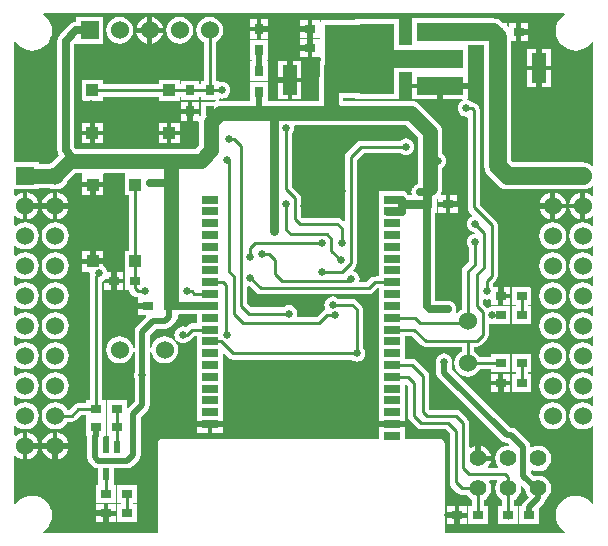
<source format=gtl>
%FSLAX25Y25*%
%MOIN*%
G70*
G01*
G75*
G04 Layer_Physical_Order=1*
G04 Layer_Color=255*
%ADD10R,0.05709X0.02756*%
%ADD11R,0.03500X0.03000*%
%ADD12R,0.02362X0.04299*%
%ADD13R,0.04724X0.09843*%
%ADD14R,0.11811X0.23622*%
%ADD15R,0.15748X0.06000*%
%ADD16R,0.03937X0.03937*%
%ADD17R,0.03937X0.03937*%
%ADD18R,0.03000X0.03500*%
%ADD19R,0.03937X0.03937*%
%ADD20R,0.03937X0.03937*%
%ADD21C,0.01000*%
%ADD22C,0.02500*%
%ADD23C,0.02000*%
%ADD24C,0.06000*%
%ADD25C,0.01500*%
%ADD26C,0.03000*%
%ADD27C,0.05000*%
%ADD28R,0.12500X0.06000*%
%ADD29R,0.14000X0.23000*%
%ADD30C,0.06000*%
%ADD31R,0.06000X0.06000*%
%ADD32R,0.06000X0.06000*%
%ADD33C,0.05512*%
%ADD34C,0.02500*%
G36*
X185335Y174743D02*
X185334Y174742D01*
X184341Y173927D01*
X183525Y172934D01*
X182919Y171800D01*
X182546Y170570D01*
X182420Y169291D01*
X182546Y168012D01*
X182919Y166782D01*
X183525Y165649D01*
X184341Y164656D01*
X185334Y163840D01*
X186468Y163234D01*
X187697Y162861D01*
X188976Y162735D01*
X190255Y162861D01*
X191485Y163234D01*
X192619Y163840D01*
X193612Y164656D01*
X194428Y165649D01*
X194428Y165650D01*
X194913Y165529D01*
Y124504D01*
X194465Y124282D01*
X193620Y124931D01*
X192525Y125384D01*
X191350Y125539D01*
X168180D01*
X167539Y126180D01*
Y166000D01*
X169250D01*
Y168999D01*
Y172000D01*
X166750D01*
Y170683D01*
X166656Y170651D01*
X166250Y170942D01*
Y172000D01*
X164819D01*
X164609Y172209D01*
X163669Y172931D01*
X163216Y173119D01*
X162575Y173384D01*
X161400Y173539D01*
X143842D01*
X143548Y173500D01*
X134468D01*
Y164529D01*
X130248D01*
Y173311D01*
X115437D01*
Y173029D01*
X105500D01*
X105352Y173000D01*
X104250D01*
Y172710D01*
X103848Y172412D01*
X103750Y172442D01*
Y173000D01*
X101250D01*
Y169999D01*
Y167000D01*
X103617D01*
Y166870D01*
X103464Y166500D01*
X101250D01*
Y163499D01*
Y160500D01*
X103617D01*
X103971Y160146D01*
Y159421D01*
X103638D01*
Y154128D01*
X103603Y154044D01*
X103465Y153000D01*
Y146035D01*
X86500D01*
Y152250D01*
X80500D01*
Y146035D01*
X70500D01*
X70376Y146018D01*
X70000Y146348D01*
Y146479D01*
X70376Y146808D01*
X71000Y146726D01*
X71718Y146821D01*
X72387Y147098D01*
X72961Y147539D01*
X73402Y148113D01*
X73679Y148782D01*
X73774Y149500D01*
X73679Y150218D01*
X73402Y150887D01*
X72961Y151461D01*
X72387Y151902D01*
X71718Y152179D01*
X71000Y152274D01*
X70376Y152192D01*
X70000Y152521D01*
Y152750D01*
X69039D01*
Y165474D01*
X69269Y165569D01*
X70209Y166291D01*
X70931Y167231D01*
X71384Y168325D01*
X71539Y169500D01*
X71384Y170675D01*
X70931Y171769D01*
X70209Y172709D01*
X69269Y173431D01*
X68175Y173884D01*
X67000Y174039D01*
X65825Y173884D01*
X64731Y173431D01*
X63791Y172709D01*
X63069Y171769D01*
X62616Y170675D01*
X62461Y169500D01*
X62616Y168325D01*
X63069Y167231D01*
X63791Y166291D01*
X64731Y165569D01*
X64961Y165474D01*
Y152750D01*
X64000D01*
Y151512D01*
X63500D01*
Y152750D01*
X57500D01*
Y151512D01*
X56968D01*
Y152942D01*
X50032D01*
Y151512D01*
X31378D01*
Y152942D01*
X24441D01*
Y146005D01*
X31378D01*
Y147434D01*
X50032D01*
Y146005D01*
X56968D01*
Y147434D01*
X57500D01*
Y146250D01*
X63500D01*
Y147434D01*
X64000D01*
Y146250D01*
X69026D01*
X69049Y146136D01*
X68732Y145750D01*
X64000D01*
Y141372D01*
X63613Y141054D01*
X63500Y141077D01*
Y141750D01*
X61250D01*
Y139250D01*
X63246D01*
X63465Y139000D01*
X63465Y139000D01*
Y131171D01*
X62329Y130034D01*
X54000D01*
X53750Y130002D01*
X53500Y130034D01*
X53500Y130034D01*
X22388D01*
X21774Y130649D01*
Y164851D01*
X22189Y165129D01*
X22500Y165000D01*
Y165000D01*
X22500Y165000D01*
X31500D01*
Y174000D01*
X22500D01*
Y172274D01*
X21782Y172179D01*
X21113Y171902D01*
X20539Y171461D01*
X17039Y167961D01*
X16598Y167387D01*
X16483Y167110D01*
X16321Y166718D01*
X16226Y166000D01*
Y129500D01*
X16321Y128782D01*
X16483Y128390D01*
X16598Y128113D01*
X16732Y127938D01*
X14397Y125603D01*
X14185Y125326D01*
X13481Y125034D01*
X10000D01*
Y125500D01*
X1937D01*
Y165529D01*
X2422Y165650D01*
X2423Y165649D01*
X3238Y164656D01*
X4232Y163840D01*
X5365Y163234D01*
X6595Y162861D01*
X7874Y162735D01*
X9153Y162861D01*
X10383Y163234D01*
X11516Y163840D01*
X12510Y164656D01*
X13325Y165649D01*
X13931Y166782D01*
X14304Y168012D01*
X14430Y169291D01*
X14304Y170570D01*
X13931Y171800D01*
X13325Y172934D01*
X12510Y173927D01*
X11516Y174742D01*
X11515Y174743D01*
X11637Y175228D01*
X185214D01*
X185335Y174743D01*
D02*
G37*
G36*
X136466Y133829D02*
Y118203D01*
X136282Y118179D01*
X135613Y117902D01*
X135039Y117461D01*
X134598Y116887D01*
X134321Y116218D01*
X134226Y115500D01*
X134305Y114902D01*
X133975Y114526D01*
X133342D01*
X133161Y114761D01*
X132894Y115028D01*
X132320Y115469D01*
X132142Y115543D01*
Y115945D01*
X123433D01*
Y110189D01*
Y106252D01*
Y102315D01*
Y98378D01*
Y94441D01*
Y90504D01*
Y87547D01*
X122008D01*
X121228Y87392D01*
X120566Y86950D01*
X119155Y85539D01*
X117146D01*
X116868Y85955D01*
X116879Y85982D01*
X116974Y86700D01*
X116879Y87418D01*
X116602Y88087D01*
X116161Y88661D01*
X115587Y89102D01*
X114918Y89379D01*
X114803Y89719D01*
X115442Y90358D01*
X115884Y91020D01*
X116039Y91800D01*
Y126355D01*
X118345Y128661D01*
X130540D01*
X131013Y128298D01*
X131682Y128021D01*
X132400Y127926D01*
X133118Y128021D01*
X133787Y128298D01*
X134361Y128739D01*
X134802Y129313D01*
X135079Y129982D01*
X135174Y130700D01*
X135079Y131418D01*
X134802Y132087D01*
X134361Y132661D01*
X133787Y133102D01*
X133118Y133379D01*
X132400Y133474D01*
X131682Y133379D01*
X131013Y133102D01*
X130540Y132739D01*
X117500D01*
X116720Y132584D01*
X116058Y132142D01*
X112558Y128642D01*
X112116Y127980D01*
X111961Y127200D01*
Y106076D01*
X111499Y105885D01*
X110942Y106442D01*
X110280Y106884D01*
X109500Y107039D01*
X97845D01*
X97539Y107345D01*
Y113500D01*
X97384Y114280D01*
X96942Y114942D01*
X94539Y117345D01*
Y135140D01*
X94902Y135613D01*
X95179Y136282D01*
X95274Y137000D01*
X95179Y137718D01*
X95345Y137966D01*
X132329D01*
X136466Y133829D01*
D02*
G37*
G36*
X158461Y124300D02*
X158461Y124300D01*
X158461D01*
X158616Y123125D01*
X158881Y122484D01*
X159069Y122031D01*
X159791Y121091D01*
X159791Y121091D01*
X159791Y121090D01*
Y121091D01*
X163091Y117791D01*
X163091Y117791D01*
X164031Y117069D01*
X165125Y116616D01*
X166300Y116461D01*
X191350D01*
X192525Y116616D01*
X193620Y117069D01*
X194465Y117718D01*
X194913Y117496D01*
Y114504D01*
X194465Y114282D01*
X193620Y114931D01*
X192525Y115384D01*
X192100Y115440D01*
Y110999D01*
Y106560D01*
X192525Y106616D01*
X193620Y107069D01*
X194465Y107718D01*
X194913Y107496D01*
Y104504D01*
X194465Y104282D01*
X193620Y104931D01*
X192525Y105384D01*
X191350Y105539D01*
X190176Y105384D01*
X189081Y104931D01*
X188141Y104209D01*
X187420Y103269D01*
X186966Y102175D01*
X186812Y101000D01*
X186966Y99825D01*
X187420Y98731D01*
X188141Y97791D01*
X189081Y97069D01*
X190176Y96616D01*
X191350Y96461D01*
X192525Y96616D01*
X193620Y97069D01*
X194465Y97718D01*
X194913Y97496D01*
Y94504D01*
X194465Y94282D01*
X193620Y94931D01*
X192525Y95384D01*
X191350Y95539D01*
X190176Y95384D01*
X189081Y94931D01*
X188141Y94209D01*
X187420Y93269D01*
X186966Y92175D01*
X186812Y91000D01*
X186966Y89825D01*
X187420Y88731D01*
X188141Y87791D01*
X189081Y87069D01*
X190176Y86616D01*
X191350Y86461D01*
X192525Y86616D01*
X193620Y87069D01*
X194465Y87718D01*
X194913Y87496D01*
Y84504D01*
X194465Y84282D01*
X193620Y84931D01*
X192525Y85384D01*
X191350Y85539D01*
X190176Y85384D01*
X189081Y84931D01*
X188141Y84209D01*
X187420Y83269D01*
X186966Y82175D01*
X186812Y81000D01*
X186966Y79825D01*
X187420Y78731D01*
X188141Y77791D01*
X189081Y77069D01*
X190176Y76616D01*
X191350Y76461D01*
X192525Y76616D01*
X193620Y77069D01*
X194465Y77718D01*
X194913Y77496D01*
Y74504D01*
X194465Y74282D01*
X193620Y74931D01*
X192525Y75384D01*
X191350Y75539D01*
X190176Y75384D01*
X189081Y74931D01*
X188141Y74209D01*
X187420Y73269D01*
X186966Y72175D01*
X186812Y71000D01*
X186966Y69825D01*
X187420Y68731D01*
X188141Y67791D01*
X189081Y67069D01*
X190176Y66616D01*
X191350Y66461D01*
X192525Y66616D01*
X193620Y67069D01*
X194465Y67718D01*
X194913Y67496D01*
Y64504D01*
X194465Y64282D01*
X193620Y64931D01*
X192525Y65384D01*
X191350Y65539D01*
X190176Y65384D01*
X189081Y64931D01*
X188141Y64209D01*
X187420Y63269D01*
X186966Y62175D01*
X186812Y61000D01*
X186966Y59825D01*
X187420Y58731D01*
X188141Y57791D01*
X189081Y57069D01*
X190176Y56616D01*
X191350Y56461D01*
X192525Y56616D01*
X193620Y57069D01*
X194465Y57718D01*
X194913Y57496D01*
Y54504D01*
X194465Y54282D01*
X193620Y54931D01*
X192525Y55384D01*
X191350Y55539D01*
X190176Y55384D01*
X189081Y54931D01*
X188141Y54209D01*
X187420Y53269D01*
X186966Y52175D01*
X186812Y51000D01*
X186966Y49825D01*
X187420Y48731D01*
X188141Y47791D01*
X189081Y47069D01*
X190176Y46616D01*
X191350Y46461D01*
X192525Y46616D01*
X193620Y47069D01*
X194465Y47718D01*
X194913Y47496D01*
Y44504D01*
X194465Y44282D01*
X193620Y44931D01*
X192525Y45384D01*
X191350Y45539D01*
X190176Y45384D01*
X189081Y44931D01*
X188141Y44209D01*
X187420Y43269D01*
X186966Y42175D01*
X186812Y41000D01*
X186966Y39825D01*
X187420Y38731D01*
X188141Y37791D01*
X189081Y37069D01*
X190176Y36616D01*
X191350Y36461D01*
X192525Y36616D01*
X193620Y37069D01*
X194465Y37718D01*
X194913Y37496D01*
Y11637D01*
X194428Y11515D01*
X194428Y11516D01*
X193612Y12510D01*
X192619Y13325D01*
X191485Y13931D01*
X190255Y14304D01*
X188976Y14430D01*
X187697Y14304D01*
X186468Y13931D01*
X185334Y13325D01*
X184341Y12510D01*
X183525Y11516D01*
X182919Y10383D01*
X182546Y9153D01*
X182420Y7874D01*
X182546Y6595D01*
X182919Y5365D01*
X183525Y4232D01*
X184341Y3238D01*
X185334Y2423D01*
X185335Y2422D01*
X185214Y1937D01*
X145335D01*
Y29500D01*
X145335D01*
Y29500D01*
X145335D01*
Y29500D01*
Y29500D01*
X145335D01*
X145335Y29500D01*
Y31500D01*
X145196Y32202D01*
X144798Y32798D01*
X144202Y33196D01*
X143500Y33335D01*
X132142D01*
Y35386D01*
Y37514D01*
X123433D01*
Y35386D01*
Y33335D01*
X51500D01*
X50798Y33196D01*
X50202Y32798D01*
X49804Y32202D01*
X49665Y31500D01*
Y1937D01*
X11637D01*
X11515Y2422D01*
X11516Y2423D01*
X12510Y3238D01*
X13325Y4232D01*
X13931Y5365D01*
X14304Y6595D01*
X14430Y7874D01*
X14304Y9153D01*
X13931Y10383D01*
X13325Y11516D01*
X12510Y12510D01*
X11516Y13325D01*
X10383Y13931D01*
X9153Y14304D01*
X7874Y14430D01*
X6595Y14304D01*
X5365Y13931D01*
X4232Y13325D01*
X3238Y12510D01*
X2423Y11516D01*
X2422Y11515D01*
X1937Y11637D01*
Y27496D01*
X2386Y27718D01*
X3231Y27069D01*
X4325Y26616D01*
X4750Y26560D01*
Y30999D01*
Y35440D01*
X4325Y35384D01*
X3231Y34931D01*
X2386Y34282D01*
X1937Y34504D01*
Y37496D01*
X2386Y37718D01*
X3231Y37069D01*
X4325Y36616D01*
X5500Y36461D01*
X6675Y36616D01*
X7769Y37069D01*
X8709Y37791D01*
X9431Y38731D01*
X9884Y39825D01*
X10039Y41000D01*
X9884Y42175D01*
X9431Y43269D01*
X8709Y44209D01*
X7769Y44931D01*
X6675Y45384D01*
X5500Y45539D01*
X4325Y45384D01*
X3231Y44931D01*
X2386Y44282D01*
X1937Y44504D01*
Y47496D01*
X2386Y47718D01*
X3231Y47069D01*
X4325Y46616D01*
X5500Y46461D01*
X6675Y46616D01*
X7769Y47069D01*
X8709Y47791D01*
X9431Y48731D01*
X9884Y49825D01*
X10039Y51000D01*
X9884Y52175D01*
X9431Y53269D01*
X8709Y54209D01*
X7769Y54931D01*
X6675Y55384D01*
X5500Y55539D01*
X4325Y55384D01*
X3231Y54931D01*
X2386Y54282D01*
X1937Y54504D01*
Y57496D01*
X2386Y57718D01*
X3231Y57069D01*
X4325Y56616D01*
X5500Y56461D01*
X6675Y56616D01*
X7769Y57069D01*
X8709Y57791D01*
X9431Y58731D01*
X9884Y59825D01*
X10039Y61000D01*
X9884Y62175D01*
X9431Y63269D01*
X8709Y64209D01*
X7769Y64931D01*
X6675Y65384D01*
X5500Y65539D01*
X4325Y65384D01*
X3231Y64931D01*
X2386Y64282D01*
X1937Y64504D01*
Y67496D01*
X2386Y67718D01*
X3231Y67069D01*
X4325Y66616D01*
X5500Y66461D01*
X6675Y66616D01*
X7769Y67069D01*
X8709Y67791D01*
X9431Y68731D01*
X9884Y69825D01*
X10039Y71000D01*
X9884Y72175D01*
X9431Y73269D01*
X8709Y74209D01*
X7769Y74931D01*
X6675Y75384D01*
X5500Y75539D01*
X4325Y75384D01*
X3231Y74931D01*
X2386Y74282D01*
X1937Y74504D01*
Y77496D01*
X2386Y77718D01*
X3231Y77069D01*
X4325Y76616D01*
X5500Y76461D01*
X6675Y76616D01*
X7769Y77069D01*
X8709Y77791D01*
X9431Y78731D01*
X9884Y79825D01*
X10039Y81000D01*
X9884Y82175D01*
X9431Y83269D01*
X8709Y84209D01*
X7769Y84931D01*
X6675Y85384D01*
X5500Y85539D01*
X4325Y85384D01*
X3231Y84931D01*
X2386Y84282D01*
X1937Y84504D01*
Y87496D01*
X2386Y87718D01*
X3231Y87069D01*
X4325Y86616D01*
X5500Y86461D01*
X6675Y86616D01*
X7769Y87069D01*
X8709Y87791D01*
X9431Y88731D01*
X9884Y89825D01*
X10039Y91000D01*
X9884Y92175D01*
X9431Y93269D01*
X8709Y94209D01*
X7769Y94931D01*
X6675Y95384D01*
X5500Y95539D01*
X4325Y95384D01*
X3231Y94931D01*
X2386Y94282D01*
X1937Y94504D01*
Y97496D01*
X2386Y97718D01*
X3231Y97069D01*
X4325Y96616D01*
X5500Y96461D01*
X6675Y96616D01*
X7769Y97069D01*
X8709Y97791D01*
X9431Y98731D01*
X9884Y99825D01*
X10039Y101000D01*
X9884Y102175D01*
X9431Y103269D01*
X8709Y104209D01*
X7769Y104931D01*
X6675Y105384D01*
X5500Y105539D01*
X4325Y105384D01*
X3231Y104931D01*
X2386Y104282D01*
X1937Y104504D01*
Y107496D01*
X2386Y107718D01*
X3231Y107069D01*
X4325Y106616D01*
X4750Y106560D01*
Y110999D01*
Y115440D01*
X4325Y115384D01*
X3231Y114931D01*
X2386Y114282D01*
X1937Y114504D01*
Y116500D01*
X10000D01*
Y116965D01*
X13481D01*
X14325Y116616D01*
X15500Y116461D01*
X16675Y116616D01*
X17769Y117069D01*
X18709Y117791D01*
X19431Y118731D01*
X19826Y119685D01*
X20103Y119897D01*
X22171Y121966D01*
X24532D01*
Y121559D01*
X24532D01*
Y118841D01*
X31468D01*
Y121559D01*
X31468D01*
Y121612D01*
X31822Y121966D01*
X38705D01*
Y121559D01*
X38705D01*
Y114622D01*
X39961D01*
Y95969D01*
X38705D01*
Y89031D01*
X38750D01*
Y89000D01*
X38750D01*
Y83000D01*
X40060D01*
X40116Y82720D01*
X40558Y82058D01*
X41558Y81058D01*
X42220Y80616D01*
X43000Y80461D01*
X43250D01*
Y78250D01*
X46501D01*
Y76750D01*
X43250D01*
Y74500D01*
X45742D01*
X45933Y74038D01*
X42698Y70802D01*
X42145Y69976D01*
X41951Y69000D01*
Y63692D01*
X41452Y63659D01*
X41384Y64175D01*
X40931Y65269D01*
X40209Y66209D01*
X39269Y66931D01*
X38175Y67384D01*
X37000Y67539D01*
X35825Y67384D01*
X34731Y66931D01*
X33791Y66209D01*
X33069Y65269D01*
X32616Y64175D01*
X32461Y63000D01*
X32616Y61825D01*
X33069Y60731D01*
X33791Y59791D01*
X34731Y59069D01*
X35825Y58616D01*
X37000Y58461D01*
X38175Y58616D01*
X39269Y59069D01*
X40209Y59791D01*
X40931Y60731D01*
X41384Y61825D01*
X41452Y62341D01*
X41951Y62309D01*
Y55532D01*
X41821Y55218D01*
X41726Y54500D01*
X41821Y53782D01*
X41951Y53468D01*
Y45556D01*
X39869Y43474D01*
X39408Y43666D01*
Y46200D01*
X32908D01*
Y40200D01*
Y34200D01*
X33476D01*
Y28649D01*
X31358D01*
Y33274D01*
X31512Y33505D01*
X31651Y34200D01*
X32408D01*
Y40200D01*
Y46200D01*
X31039D01*
Y85743D01*
X31480Y85979D01*
X31750Y85798D01*
Y86376D01*
X31962Y86538D01*
X32124Y86750D01*
X34250D01*
Y89000D01*
X32708D01*
X32679Y89218D01*
X32402Y89887D01*
X31961Y90461D01*
X31468Y90839D01*
Y91750D01*
X24532D01*
Y89031D01*
X26917D01*
X27247Y88656D01*
X27226Y88500D01*
X27232Y88454D01*
X27116Y88280D01*
X26961Y87500D01*
Y46200D01*
X25907D01*
Y45239D01*
X23200D01*
X22420Y45084D01*
X21758Y44642D01*
X20155Y43039D01*
X19526D01*
X19431Y43269D01*
X18709Y44209D01*
X17769Y44931D01*
X16675Y45384D01*
X15500Y45539D01*
X14325Y45384D01*
X13231Y44931D01*
X12291Y44209D01*
X11569Y43269D01*
X11116Y42175D01*
X10961Y41000D01*
X11116Y39825D01*
X11569Y38731D01*
X12291Y37791D01*
X13231Y37069D01*
X14325Y36616D01*
X15500Y36461D01*
X16675Y36616D01*
X17769Y37069D01*
X18709Y37791D01*
X19431Y38731D01*
X19526Y38961D01*
X21000D01*
X21780Y39116D01*
X22442Y39558D01*
X24045Y41161D01*
X25907D01*
Y40200D01*
Y34200D01*
X25996D01*
Y27050D01*
X26153D01*
X26322Y26202D01*
X26875Y25375D01*
X27952Y24298D01*
X28779Y23745D01*
X29736Y23555D01*
Y18000D01*
X29250D01*
Y12000D01*
X35750D01*
Y18000D01*
X35098D01*
Y23551D01*
X39600D01*
X40576Y23745D01*
X41402Y24298D01*
Y24298D01*
X41402D01*
Y24298D01*
Y24298D01*
Y24298D01*
X41402D01*
X43302Y26198D01*
X43855Y27024D01*
X44049Y28000D01*
X44049D01*
Y28000D01*
X44049D01*
Y28000D01*
Y28000D01*
X44049D01*
X44049Y28000D01*
Y40444D01*
X46302Y42698D01*
X46855Y43525D01*
X47049Y44500D01*
X47049D01*
Y44500D01*
X47049D01*
Y44500D01*
Y44500D01*
X47049D01*
X47049Y44500D01*
Y53468D01*
X47179Y53782D01*
X47274Y54500D01*
X47179Y55218D01*
X47049Y55532D01*
Y62309D01*
X47548Y62341D01*
X47616Y61825D01*
X48069Y60731D01*
X48791Y59791D01*
X49731Y59069D01*
X50825Y58616D01*
X52000Y58461D01*
X53175Y58616D01*
X54269Y59069D01*
X55209Y59791D01*
X55931Y60731D01*
X56384Y61825D01*
X56539Y63000D01*
X56384Y64175D01*
X55931Y65269D01*
X55209Y66209D01*
X54269Y66931D01*
X53175Y67384D01*
X52000Y67539D01*
X50825Y67384D01*
X49731Y66931D01*
X48791Y66209D01*
X48069Y65269D01*
X47616Y64175D01*
X47548Y63659D01*
X47049Y63692D01*
Y67944D01*
X49056Y69951D01*
X52000D01*
X52975Y70145D01*
X53802Y70698D01*
X55802Y72698D01*
X56355Y73524D01*
X56549Y74500D01*
X56750D01*
Y74860D01*
X62803D01*
Y74756D01*
Y72638D01*
Y71799D01*
X61260D01*
X60479Y71644D01*
X59818Y71202D01*
X59126Y70510D01*
X58718Y70679D01*
X58000Y70774D01*
X57282Y70679D01*
X56613Y70402D01*
X56039Y69961D01*
X55598Y69387D01*
X55321Y68718D01*
X55226Y68000D01*
X55321Y67282D01*
X55598Y66613D01*
X56039Y66039D01*
X56613Y65598D01*
X57282Y65321D01*
X58000Y65226D01*
X58718Y65321D01*
X59387Y65598D01*
X59961Y66039D01*
X59974Y66055D01*
X60280Y66116D01*
X60942Y66558D01*
X62104Y67721D01*
X62803D01*
Y66882D01*
Y62945D01*
Y59008D01*
Y55071D01*
Y51134D01*
Y47197D01*
Y43260D01*
Y39323D01*
Y39014D01*
X71512D01*
Y39323D01*
Y43260D01*
Y47197D01*
Y51134D01*
Y55071D01*
Y59008D01*
Y61551D01*
X71974Y61742D01*
X73358Y60358D01*
X73358Y60358D01*
X73755Y60093D01*
X74020Y59916D01*
X74800Y59761D01*
X114140D01*
X114613Y59398D01*
X115282Y59121D01*
X116000Y59026D01*
X116718Y59121D01*
X117387Y59398D01*
X117961Y59839D01*
X118402Y60413D01*
X118679Y61082D01*
X118774Y61800D01*
X118679Y62518D01*
X118402Y63187D01*
X118039Y63660D01*
Y76500D01*
X117884Y77280D01*
X117442Y77942D01*
X115942Y79442D01*
X115280Y79884D01*
X114500Y80039D01*
X109860D01*
X109387Y80402D01*
X108718Y80679D01*
X108000Y80774D01*
X107282Y80679D01*
X106613Y80402D01*
X106039Y79961D01*
X105598Y79387D01*
X105321Y78718D01*
X105226Y78000D01*
X105321Y77282D01*
X105525Y76789D01*
X105289Y76348D01*
X105283Y76347D01*
X104621Y75905D01*
X102755Y74039D01*
X96513D01*
X96184Y74415D01*
X96274Y75100D01*
X96179Y75818D01*
X95902Y76487D01*
X95461Y77061D01*
X94887Y77502D01*
X94218Y77779D01*
X93500Y77874D01*
X92782Y77779D01*
X92113Y77502D01*
X91640Y77139D01*
X80845D01*
X79539Y78445D01*
Y83974D01*
X79915Y84303D01*
X80373Y84243D01*
X82558Y82058D01*
X82558Y82058D01*
X82558Y82058D01*
X82558Y82058D01*
Y82058D01*
X83220Y81616D01*
X84000Y81461D01*
X120000D01*
X120780Y81616D01*
X121442Y82058D01*
X122853Y83469D01*
X123433D01*
Y82630D01*
Y78693D01*
Y74756D01*
Y70819D01*
Y66882D01*
Y62945D01*
Y59008D01*
Y55071D01*
Y51134D01*
Y47197D01*
Y43260D01*
Y39323D01*
Y39014D01*
X132142D01*
Y39323D01*
Y43260D01*
Y47197D01*
Y51134D01*
Y51321D01*
X132604Y51512D01*
X133107Y51009D01*
Y40954D01*
X133262Y40174D01*
X133704Y39512D01*
X136158Y37058D01*
X136158Y37058D01*
X136158Y37058D01*
X136158Y37058D01*
Y37058D01*
X136820Y36616D01*
X137600Y36461D01*
X145755D01*
X146961Y35255D01*
Y18800D01*
X146961Y18800D01*
X146961D01*
X147116Y18020D01*
X147558Y17358D01*
X149558Y15358D01*
X150220Y14916D01*
X151000Y14761D01*
X152738D01*
X152782Y14654D01*
X153465Y13765D01*
X154354Y13082D01*
X154461Y13038D01*
Y10800D01*
X153250D01*
Y4800D01*
X159750D01*
Y10800D01*
X158539D01*
Y13038D01*
X158646Y13082D01*
X159535Y13765D01*
X160217Y14654D01*
X160646Y15689D01*
X160793Y16800D01*
X160646Y17911D01*
X160217Y18946D01*
X160090Y19112D01*
X160311Y19561D01*
X162689D01*
X162910Y19112D01*
X162783Y18946D01*
X162354Y17911D01*
X162207Y16800D01*
X162354Y15689D01*
X162783Y14654D01*
X163465Y13765D01*
X164354Y13082D01*
X164461Y13038D01*
Y10800D01*
X163250D01*
Y4800D01*
X169750D01*
Y10800D01*
X168539D01*
Y13038D01*
X168646Y13082D01*
X169535Y13765D01*
X170218Y14654D01*
X170646Y15689D01*
X170793Y16800D01*
X170697Y17529D01*
X171145Y17750D01*
X172224Y16671D01*
X172354Y15689D01*
X172783Y14654D01*
X173332Y13937D01*
X171698Y12302D01*
X171145Y11475D01*
X171011Y10800D01*
X170250D01*
Y4800D01*
X176750D01*
Y10145D01*
X178302Y11698D01*
X178855Y12525D01*
X179024Y13372D01*
X179535Y13765D01*
X180218Y14654D01*
X180646Y15689D01*
X180793Y16800D01*
X180646Y17911D01*
X180218Y18946D01*
X179535Y19835D01*
X178646Y20517D01*
X177611Y20946D01*
X176500Y21093D01*
X175389Y20946D01*
X175226Y20879D01*
X174049Y22056D01*
Y22759D01*
X174465Y23036D01*
X175389Y22654D01*
X176500Y22507D01*
X177611Y22654D01*
X178646Y23083D01*
X179535Y23765D01*
X180218Y24654D01*
X180646Y25689D01*
X180793Y26800D01*
X180646Y27911D01*
X180218Y28946D01*
X179535Y29835D01*
X178646Y30518D01*
X177611Y30946D01*
X176500Y31093D01*
X175389Y30946D01*
X174433Y30550D01*
X174256Y30645D01*
X173938Y31060D01*
X173855Y31475D01*
X173302Y32302D01*
X169302Y36302D01*
X168475Y36855D01*
X167500Y37049D01*
X167056D01*
X147649Y56456D01*
Y57968D01*
X147779Y58282D01*
X147874Y59000D01*
X147779Y59718D01*
X147502Y60387D01*
X147061Y60961D01*
X146487Y61402D01*
X145818Y61679D01*
X145100Y61774D01*
X144382Y61679D01*
X143713Y61402D01*
X143139Y60961D01*
X142698Y60387D01*
X142421Y59718D01*
X142326Y59000D01*
X142421Y58282D01*
X142551Y57968D01*
Y55400D01*
X142551Y55400D01*
X142551D01*
X142745Y54425D01*
X143298Y53598D01*
X164198Y32698D01*
X165024Y32145D01*
X166000Y31951D01*
X166444D01*
X166874Y31521D01*
X166653Y31072D01*
X166500Y31093D01*
X165389Y30946D01*
X164354Y30518D01*
X163465Y29835D01*
X162783Y28946D01*
X162354Y27911D01*
X162207Y26800D01*
X162354Y25689D01*
X162783Y24654D01*
X163217Y24088D01*
X162996Y23639D01*
X160004D01*
X159783Y24088D01*
X160217Y24654D01*
X160646Y25689D01*
X160694Y26050D01*
X156499D01*
Y26799D01*
X155750D01*
Y30994D01*
X155389Y30946D01*
X154354Y30518D01*
X153988Y30237D01*
X153539Y30458D01*
Y38500D01*
X153384Y39280D01*
X152942Y39942D01*
X150442Y42442D01*
X149780Y42884D01*
X149000Y43039D01*
X140345D01*
X140196Y43188D01*
Y54344D01*
X140040Y55124D01*
X139598Y55786D01*
X135993Y59391D01*
X135331Y59833D01*
X134551Y59988D01*
X132142D01*
Y60827D01*
Y62945D01*
Y66882D01*
Y67721D01*
X134396D01*
X137558Y64558D01*
X138220Y64116D01*
X139000Y63961D01*
X139000Y63961D01*
X150961D01*
Y62526D01*
X150731Y62431D01*
X149791Y61709D01*
X149069Y60769D01*
X148616Y59675D01*
X148461Y58500D01*
X148616Y57325D01*
X149069Y56231D01*
X149791Y55291D01*
X150731Y54569D01*
X151825Y54116D01*
X153000Y53961D01*
X154175Y54116D01*
X155269Y54569D01*
X156209Y55291D01*
X156931Y56231D01*
X157026Y56461D01*
X160750D01*
Y55500D01*
X167250D01*
Y61500D01*
X160750D01*
Y60539D01*
X157026D01*
X156931Y60769D01*
X156209Y61709D01*
X155269Y62431D01*
X155039Y62526D01*
Y63961D01*
X156000D01*
X156780Y64116D01*
X157442Y64558D01*
X159442Y66558D01*
X159884Y67220D01*
X160039Y68000D01*
Y71474D01*
X160069Y71500D01*
X160750Y71500D01*
Y71500D01*
X167250D01*
Y77500D01*
X160750D01*
Y77241D01*
X160282Y77179D01*
X159613Y76902D01*
X159451Y76929D01*
X159442Y76942D01*
X158039Y78345D01*
Y79678D01*
X158455Y79956D01*
X158782Y79821D01*
X159500Y79726D01*
X160218Y79821D01*
X160334Y79869D01*
X160750Y79591D01*
Y78000D01*
X163250D01*
Y80999D01*
Y84000D01*
X161815D01*
X161539Y84360D01*
Y85255D01*
X162442Y86158D01*
X162884Y86820D01*
X163039Y87600D01*
Y104500D01*
X162884Y105280D01*
X162442Y105942D01*
X162442Y105942D01*
X162442D01*
X162442Y105942D01*
Y105942D01*
X157039Y111345D01*
Y143000D01*
X157039Y143000D01*
X156884Y143780D01*
X156442Y144442D01*
X155942Y144942D01*
X155280Y145384D01*
X154500Y145539D01*
X154360D01*
X153887Y145902D01*
X153218Y146179D01*
X152500Y146274D01*
X152726Y146500D01*
X153217D01*
Y150250D01*
X144592D01*
Y146500D01*
X151275D01*
X151373Y146010D01*
X151113Y145902D01*
X150539Y145461D01*
X150098Y144887D01*
X149821Y144218D01*
X149726Y143500D01*
X149821Y142782D01*
X150098Y142113D01*
X150539Y141539D01*
X151113Y141098D01*
X151782Y140821D01*
X152500Y140726D01*
X152585Y140737D01*
X152961Y140408D01*
Y110500D01*
X152961Y110500D01*
X152961D01*
X153116Y109720D01*
X153558Y109058D01*
X154573Y108043D01*
X154476Y107552D01*
X154113Y107402D01*
X153539Y106961D01*
X153098Y106387D01*
X152821Y105718D01*
X152726Y105000D01*
X152821Y104282D01*
X153098Y103613D01*
X153539Y103039D01*
X154113Y102598D01*
X154782Y102321D01*
X155021Y102289D01*
X155285Y101865D01*
X155242Y101740D01*
X154782Y101679D01*
X154113Y101402D01*
X153539Y100961D01*
X153098Y100387D01*
X152821Y99718D01*
X152726Y99000D01*
X152821Y98282D01*
X153098Y97613D01*
X153461Y97140D01*
Y92345D01*
X151558Y90442D01*
X151116Y89780D01*
X150961Y89000D01*
Y76526D01*
X150731Y76431D01*
X149791Y75709D01*
X149563Y75412D01*
X149130Y75662D01*
X149179Y75782D01*
X149274Y76500D01*
X149179Y77218D01*
X148902Y77887D01*
X148461Y78461D01*
X147887Y78902D01*
X147218Y79179D01*
X146500Y79274D01*
X142176D01*
Y108500D01*
X142750D01*
Y113276D01*
X143175Y113540D01*
X143250Y113503D01*
Y112250D01*
X145750D01*
Y114500D01*
X144189D01*
X143968Y114948D01*
X143994Y114983D01*
X144397Y115956D01*
X144535Y117000D01*
Y123711D01*
X144961Y124039D01*
X145402Y124613D01*
X145679Y125282D01*
X145774Y126000D01*
X145679Y126718D01*
X145402Y127387D01*
X144961Y127961D01*
X144535Y128289D01*
Y135500D01*
X144535Y135500D01*
X144397Y136544D01*
X143994Y137517D01*
X143353Y138353D01*
X136853Y144853D01*
X136017Y145494D01*
X135044Y145897D01*
X134000Y146035D01*
X134000Y146035D01*
X111535D01*
Y146971D01*
X115437D01*
Y146689D01*
X130248D01*
Y155471D01*
X134468D01*
Y151750D01*
X153217D01*
Y155500D01*
Y164461D01*
X158461D01*
Y124300D01*
D02*
G37*
%LPC*%
G36*
X181350Y85539D02*
X180176Y85384D01*
X179081Y84931D01*
X178141Y84209D01*
X177420Y83269D01*
X176966Y82175D01*
X176812Y81000D01*
X176966Y79825D01*
X177420Y78731D01*
X178141Y77791D01*
X179081Y77069D01*
X180176Y76616D01*
X181350Y76461D01*
X182525Y76616D01*
X183620Y77069D01*
X184560Y77791D01*
X185281Y78731D01*
X185735Y79825D01*
X185889Y81000D01*
X185735Y82175D01*
X185281Y83269D01*
X184560Y84209D01*
X183620Y84931D01*
X182525Y85384D01*
X181350Y85539D01*
D02*
G37*
G36*
X15500D02*
X14325Y85384D01*
X13231Y84931D01*
X12291Y84209D01*
X11569Y83269D01*
X11116Y82175D01*
X10961Y81000D01*
X11116Y79825D01*
X11569Y78731D01*
X12291Y77791D01*
X13231Y77069D01*
X14325Y76616D01*
X15500Y76461D01*
X16675Y76616D01*
X17769Y77069D01*
X18709Y77791D01*
X19431Y78731D01*
X19884Y79825D01*
X20039Y81000D01*
X19884Y82175D01*
X19431Y83269D01*
X18709Y84209D01*
X17769Y84931D01*
X16675Y85384D01*
X15500Y85539D01*
D02*
G37*
G36*
X167250Y80250D02*
X164750D01*
Y78000D01*
X167250D01*
Y80250D01*
D02*
G37*
G36*
X34250Y85250D02*
X31750D01*
Y83000D01*
X34250D01*
Y85250D01*
D02*
G37*
G36*
X167250Y84000D02*
X164750D01*
Y81750D01*
X167250D01*
Y84000D01*
D02*
G37*
G36*
X174250D02*
X167750D01*
Y78000D01*
X168961D01*
Y77500D01*
X167750D01*
Y71500D01*
X174250D01*
Y77500D01*
X173039D01*
Y78000D01*
X174250D01*
Y84000D01*
D02*
G37*
G36*
X181350Y65539D02*
X180176Y65384D01*
X179081Y64931D01*
X178141Y64209D01*
X177420Y63269D01*
X176966Y62175D01*
X176812Y61000D01*
X176966Y59825D01*
X177420Y58731D01*
X178141Y57791D01*
X179081Y57069D01*
X180176Y56616D01*
X181350Y56461D01*
X182525Y56616D01*
X183620Y57069D01*
X184560Y57791D01*
X185281Y58731D01*
X185735Y59825D01*
X185889Y61000D01*
X185735Y62175D01*
X185281Y63269D01*
X184560Y64209D01*
X183620Y64931D01*
X182525Y65384D01*
X181350Y65539D01*
D02*
G37*
G36*
X15500D02*
X14325Y65384D01*
X13231Y64931D01*
X12291Y64209D01*
X11569Y63269D01*
X11116Y62175D01*
X10961Y61000D01*
X11116Y59825D01*
X11569Y58731D01*
X12291Y57791D01*
X13231Y57069D01*
X14325Y56616D01*
X15500Y56461D01*
X16675Y56616D01*
X17769Y57069D01*
X18709Y57791D01*
X19431Y58731D01*
X19884Y59825D01*
X20039Y61000D01*
X19884Y62175D01*
X19431Y63269D01*
X18709Y64209D01*
X17769Y64931D01*
X16675Y65384D01*
X15500Y65539D01*
D02*
G37*
G36*
Y75539D02*
X14325Y75384D01*
X13231Y74931D01*
X12291Y74209D01*
X11569Y73269D01*
X11116Y72175D01*
X10961Y71000D01*
X11116Y69825D01*
X11569Y68731D01*
X12291Y67791D01*
X13231Y67069D01*
X14325Y66616D01*
X15500Y66461D01*
X16675Y66616D01*
X17769Y67069D01*
X18709Y67791D01*
X19431Y68731D01*
X19884Y69825D01*
X20039Y71000D01*
X19884Y72175D01*
X19431Y73269D01*
X18709Y74209D01*
X17769Y74931D01*
X16675Y75384D01*
X15500Y75539D01*
D02*
G37*
G36*
X185791Y110250D02*
X182100D01*
Y106560D01*
X182525Y106616D01*
X183620Y107069D01*
X184560Y107791D01*
X185281Y108731D01*
X185735Y109825D01*
X185791Y110250D01*
D02*
G37*
G36*
X181350Y75539D02*
X180176Y75384D01*
X179081Y74931D01*
X178141Y74209D01*
X177420Y73269D01*
X176966Y72175D01*
X176812Y71000D01*
X176966Y69825D01*
X177420Y68731D01*
X178141Y67791D01*
X179081Y67069D01*
X180176Y66616D01*
X181350Y66461D01*
X182525Y66616D01*
X183620Y67069D01*
X184560Y67791D01*
X185281Y68731D01*
X185735Y69825D01*
X185889Y71000D01*
X185735Y72175D01*
X185281Y73269D01*
X184560Y74209D01*
X183620Y74931D01*
X182525Y75384D01*
X181350Y75539D01*
D02*
G37*
G36*
X38250Y85250D02*
X35750D01*
Y83000D01*
X38250D01*
Y85250D01*
D02*
G37*
G36*
X15500Y105539D02*
X14325Y105384D01*
X13231Y104931D01*
X12291Y104209D01*
X11569Y103269D01*
X11116Y102175D01*
X10961Y101000D01*
X11116Y99825D01*
X11569Y98731D01*
X12291Y97791D01*
X13231Y97069D01*
X14325Y96616D01*
X15500Y96461D01*
X16675Y96616D01*
X17769Y97069D01*
X18709Y97791D01*
X19431Y98731D01*
X19884Y99825D01*
X20039Y101000D01*
X19884Y102175D01*
X19431Y103269D01*
X18709Y104209D01*
X17769Y104931D01*
X16675Y105384D01*
X15500Y105539D01*
D02*
G37*
G36*
X31468Y95969D02*
X28750D01*
Y93250D01*
X31468D01*
Y95969D01*
D02*
G37*
G36*
X181350Y105539D02*
X180176Y105384D01*
X179081Y104931D01*
X178141Y104209D01*
X177420Y103269D01*
X176966Y102175D01*
X176812Y101000D01*
X176966Y99825D01*
X177420Y98731D01*
X178141Y97791D01*
X179081Y97069D01*
X180176Y96616D01*
X181350Y96461D01*
X182525Y96616D01*
X183620Y97069D01*
X184560Y97791D01*
X185281Y98731D01*
X185735Y99825D01*
X185889Y101000D01*
X185735Y102175D01*
X185281Y103269D01*
X184560Y104209D01*
X183620Y104931D01*
X182525Y105384D01*
X181350Y105539D01*
D02*
G37*
G36*
X14750Y110250D02*
X11060D01*
X11116Y109825D01*
X11569Y108731D01*
X12291Y107791D01*
X13231Y107069D01*
X14325Y106616D01*
X14750Y106560D01*
Y110250D01*
D02*
G37*
G36*
X9940D02*
X6250D01*
Y106560D01*
X6675Y106616D01*
X7769Y107069D01*
X8709Y107791D01*
X9431Y108731D01*
X9884Y109825D01*
X9940Y110250D01*
D02*
G37*
G36*
X27250Y95969D02*
X24532D01*
Y93250D01*
X27250D01*
Y95969D01*
D02*
G37*
G36*
X19940Y110250D02*
X16250D01*
Y106560D01*
X16675Y106616D01*
X17769Y107069D01*
X18709Y107791D01*
X19431Y108731D01*
X19884Y109825D01*
X19940Y110250D01*
D02*
G37*
G36*
X180600D02*
X176910D01*
X176966Y109825D01*
X177420Y108731D01*
X178141Y107791D01*
X179081Y107069D01*
X180176Y106616D01*
X180600Y106560D01*
Y110250D01*
D02*
G37*
G36*
X15500Y95539D02*
X14325Y95384D01*
X13231Y94931D01*
X12291Y94209D01*
X11569Y93269D01*
X11116Y92175D01*
X10961Y91000D01*
X11116Y89825D01*
X11569Y88731D01*
X12291Y87791D01*
X13231Y87069D01*
X14325Y86616D01*
X15500Y86461D01*
X16675Y86616D01*
X17769Y87069D01*
X18709Y87791D01*
X19431Y88731D01*
X19884Y89825D01*
X20039Y91000D01*
X19884Y92175D01*
X19431Y93269D01*
X18709Y94209D01*
X17769Y94931D01*
X16675Y95384D01*
X15500Y95539D01*
D02*
G37*
G36*
X38250Y89000D02*
X35750D01*
Y86750D01*
X38250D01*
Y89000D01*
D02*
G37*
G36*
X181350Y95539D02*
X180176Y95384D01*
X179081Y94931D01*
X178141Y94209D01*
X177420Y93269D01*
X176966Y92175D01*
X176812Y91000D01*
X176966Y89825D01*
X177420Y88731D01*
X178141Y87791D01*
X179081Y87069D01*
X180176Y86616D01*
X181350Y86461D01*
X182525Y86616D01*
X183620Y87069D01*
X184560Y87791D01*
X185281Y88731D01*
X185735Y89825D01*
X185889Y91000D01*
X185735Y92175D01*
X185281Y93269D01*
X184560Y94209D01*
X183620Y94931D01*
X182525Y95384D01*
X181350Y95539D01*
D02*
G37*
G36*
X167250Y55000D02*
X164750D01*
Y52750D01*
X167250D01*
Y55000D01*
D02*
G37*
G36*
X35750Y11500D02*
X33250D01*
Y9250D01*
X35750D01*
Y11500D01*
D02*
G37*
G36*
X31750D02*
X29250D01*
Y9250D01*
X31750D01*
Y11500D01*
D02*
G37*
G36*
X152750Y10800D02*
X150250D01*
Y8550D01*
X152750D01*
Y10800D01*
D02*
G37*
G36*
X19940Y30250D02*
X16250D01*
Y26560D01*
X16675Y26616D01*
X17769Y27069D01*
X18709Y27791D01*
X19431Y28731D01*
X19884Y29825D01*
X19940Y30250D01*
D02*
G37*
G36*
X14750D02*
X11060D01*
X11116Y29825D01*
X11569Y28731D01*
X12291Y27791D01*
X13231Y27069D01*
X14325Y26616D01*
X14750Y26560D01*
Y30250D01*
D02*
G37*
G36*
X9940D02*
X6250D01*
Y26560D01*
X6675Y26616D01*
X7769Y27069D01*
X8709Y27791D01*
X9431Y28731D01*
X9884Y29825D01*
X9940Y30250D01*
D02*
G37*
G36*
X31750Y7750D02*
X29250D01*
Y5500D01*
X31750D01*
Y7750D01*
D02*
G37*
G36*
X152750Y7050D02*
X150250D01*
Y4800D01*
X152750D01*
Y7050D01*
D02*
G37*
G36*
X148750D02*
X146250D01*
Y4800D01*
X148750D01*
Y7050D01*
D02*
G37*
G36*
Y10800D02*
X146250D01*
Y8550D01*
X148750D01*
Y10800D01*
D02*
G37*
G36*
X42750Y18000D02*
X36250D01*
Y12000D01*
X37461D01*
Y11500D01*
X36250D01*
Y5500D01*
X42750D01*
Y11500D01*
X41539D01*
Y12000D01*
X42750D01*
Y18000D01*
D02*
G37*
G36*
X35750Y7750D02*
X33250D01*
Y5500D01*
X35750D01*
Y7750D01*
D02*
G37*
G36*
X157250Y30994D02*
Y27550D01*
X160694D01*
X160646Y27911D01*
X160217Y28946D01*
X159535Y29835D01*
X158646Y30518D01*
X157611Y30946D01*
X157250Y30994D01*
D02*
G37*
G36*
X163250Y51250D02*
X160750D01*
Y49000D01*
X163250D01*
Y51250D01*
D02*
G37*
G36*
X181350Y55539D02*
X180176Y55384D01*
X179081Y54931D01*
X178141Y54209D01*
X177420Y53269D01*
X176966Y52175D01*
X176812Y51000D01*
X176966Y49825D01*
X177420Y48731D01*
X178141Y47791D01*
X179081Y47069D01*
X180176Y46616D01*
X181350Y46461D01*
X182525Y46616D01*
X183620Y47069D01*
X184560Y47791D01*
X185281Y48731D01*
X185735Y49825D01*
X185889Y51000D01*
X185735Y52175D01*
X185281Y53269D01*
X184560Y54209D01*
X183620Y54931D01*
X182525Y55384D01*
X181350Y55539D01*
D02*
G37*
G36*
X15500D02*
X14325Y55384D01*
X13231Y54931D01*
X12291Y54209D01*
X11569Y53269D01*
X11116Y52175D01*
X10961Y51000D01*
X11116Y49825D01*
X11569Y48731D01*
X12291Y47791D01*
X13231Y47069D01*
X14325Y46616D01*
X15500Y46461D01*
X16675Y46616D01*
X17769Y47069D01*
X18709Y47791D01*
X19431Y48731D01*
X19884Y49825D01*
X20039Y51000D01*
X19884Y52175D01*
X19431Y53269D01*
X18709Y54209D01*
X17769Y54931D01*
X16675Y55384D01*
X15500Y55539D01*
D02*
G37*
G36*
X163250Y55000D02*
X160750D01*
Y52750D01*
X163250D01*
Y55000D01*
D02*
G37*
G36*
X174250Y61500D02*
X167750D01*
Y55500D01*
X168961D01*
Y55000D01*
X167750D01*
Y49000D01*
X174250D01*
Y55000D01*
X173039D01*
Y55500D01*
X174250D01*
Y61500D01*
D02*
G37*
G36*
X167250Y51250D02*
X164750D01*
Y49000D01*
X167250D01*
Y51250D01*
D02*
G37*
G36*
X16250Y35440D02*
Y31750D01*
X19940D01*
X19884Y32175D01*
X19431Y33269D01*
X18709Y34209D01*
X17769Y34931D01*
X16675Y35384D01*
X16250Y35440D01*
D02*
G37*
G36*
X14750D02*
X14325Y35384D01*
X13231Y34931D01*
X12291Y34209D01*
X11569Y33269D01*
X11116Y32175D01*
X11060Y31750D01*
X14750D01*
Y35440D01*
D02*
G37*
G36*
X6250D02*
Y31750D01*
X9940D01*
X9884Y32175D01*
X9431Y33269D01*
X8709Y34209D01*
X7769Y34931D01*
X6675Y35384D01*
X6250Y35440D01*
D02*
G37*
G36*
X181350Y45539D02*
X180176Y45384D01*
X179081Y44931D01*
X178141Y44209D01*
X177420Y43269D01*
X176966Y42175D01*
X176812Y41000D01*
X176966Y39825D01*
X177420Y38731D01*
X178141Y37791D01*
X179081Y37069D01*
X180176Y36616D01*
X181350Y36461D01*
X182525Y36616D01*
X183620Y37069D01*
X184560Y37791D01*
X185281Y38731D01*
X185735Y39825D01*
X185889Y41000D01*
X185735Y42175D01*
X185281Y43269D01*
X184560Y44209D01*
X183620Y44931D01*
X182525Y45384D01*
X181350Y45539D01*
D02*
G37*
G36*
X71512Y37514D02*
X67908D01*
Y35386D01*
X71512D01*
Y37514D01*
D02*
G37*
G36*
X66408D02*
X62803D01*
Y35386D01*
X66408D01*
Y37514D01*
D02*
G37*
G36*
X99750Y162750D02*
X97250D01*
Y160500D01*
X99750D01*
Y162750D01*
D02*
G37*
G36*
X180642Y163421D02*
X177530D01*
Y157750D01*
X180642D01*
Y163421D01*
D02*
G37*
G36*
X176030D02*
X172917D01*
Y157750D01*
X176030D01*
Y163421D01*
D02*
G37*
G36*
X57000Y174039D02*
X55825Y173884D01*
X54731Y173431D01*
X53791Y172709D01*
X53069Y171769D01*
X52616Y170675D01*
X52461Y169500D01*
X52616Y168325D01*
X53069Y167231D01*
X53791Y166291D01*
X54731Y165569D01*
X55825Y165116D01*
X57000Y164961D01*
X58175Y165116D01*
X59269Y165569D01*
X60209Y166291D01*
X60931Y167231D01*
X61384Y168325D01*
X61539Y169500D01*
X61384Y170675D01*
X60931Y171769D01*
X60209Y172709D01*
X59269Y173431D01*
X58175Y173884D01*
X57000Y174039D01*
D02*
G37*
G36*
X37000D02*
X35825Y173884D01*
X34731Y173431D01*
X33791Y172709D01*
X33069Y171769D01*
X32616Y170675D01*
X32461Y169500D01*
X32616Y168325D01*
X33069Y167231D01*
X33791Y166291D01*
X34731Y165569D01*
X35825Y165116D01*
X37000Y164961D01*
X38175Y165116D01*
X39269Y165569D01*
X40209Y166291D01*
X40931Y167231D01*
X41384Y168325D01*
X41539Y169500D01*
X41384Y170675D01*
X40931Y171769D01*
X40209Y172709D01*
X39269Y173431D01*
X38175Y173884D01*
X37000Y174039D01*
D02*
G37*
G36*
X99750Y166500D02*
X97250D01*
Y164250D01*
X99750D01*
Y166500D01*
D02*
G37*
G36*
X180642Y156250D02*
X177530D01*
Y150579D01*
X180642D01*
Y156250D01*
D02*
G37*
G36*
X176030D02*
X172917D01*
Y150579D01*
X176030D01*
Y156250D01*
D02*
G37*
G36*
X97583Y152250D02*
X94471D01*
Y146579D01*
X97583D01*
Y152250D01*
D02*
G37*
G36*
Y159421D02*
X94471D01*
Y153750D01*
X97583D01*
Y159421D01*
D02*
G37*
G36*
X92971D02*
X89858D01*
Y153750D01*
X92971D01*
Y159421D01*
D02*
G37*
G36*
X86500Y166250D02*
X80500D01*
Y159750D01*
X80951D01*
Y159250D01*
X80500D01*
Y152750D01*
X86500D01*
Y159250D01*
X86049D01*
Y159750D01*
X86500D01*
Y166250D01*
D02*
G37*
G36*
X47750Y173940D02*
Y170250D01*
X51440D01*
X51384Y170675D01*
X50931Y171769D01*
X50209Y172709D01*
X49269Y173431D01*
X48175Y173884D01*
X47750Y173940D01*
D02*
G37*
G36*
X46250D02*
X45825Y173884D01*
X44731Y173431D01*
X43791Y172709D01*
X43069Y171769D01*
X42616Y170675D01*
X42560Y170250D01*
X46250D01*
Y173940D01*
D02*
G37*
G36*
X173250Y172000D02*
X170750D01*
Y169750D01*
X173250D01*
Y172000D01*
D02*
G37*
G36*
X99750Y173000D02*
X97250D01*
Y170750D01*
X99750D01*
Y173000D01*
D02*
G37*
G36*
X86500Y173250D02*
X84250D01*
Y170750D01*
X86500D01*
Y173250D01*
D02*
G37*
G36*
X82750D02*
X80500D01*
Y170750D01*
X82750D01*
Y173250D01*
D02*
G37*
G36*
X173250Y168250D02*
X170750D01*
Y166000D01*
X173250D01*
Y168250D01*
D02*
G37*
G36*
X51440Y168750D02*
X47750D01*
Y165060D01*
X48175Y165116D01*
X49269Y165569D01*
X50209Y166291D01*
X50931Y167231D01*
X51384Y168325D01*
X51440Y168750D01*
D02*
G37*
G36*
X46250D02*
X42560D01*
X42616Y168325D01*
X43069Y167231D01*
X43791Y166291D01*
X44731Y165569D01*
X45825Y165116D01*
X46250Y165060D01*
Y168750D01*
D02*
G37*
G36*
X99750Y169250D02*
X97250D01*
Y167000D01*
X99750D01*
Y169250D01*
D02*
G37*
G36*
X86500D02*
X84250D01*
Y166750D01*
X86500D01*
Y169250D01*
D02*
G37*
G36*
X82750D02*
X80500D01*
Y166750D01*
X82750D01*
Y169250D01*
D02*
G37*
G36*
X92971Y152250D02*
X89858D01*
Y146579D01*
X92971D01*
Y152250D01*
D02*
G37*
G36*
X190600Y115440D02*
X190176Y115384D01*
X189081Y114931D01*
X188141Y114209D01*
X187420Y113269D01*
X186966Y112175D01*
X186910Y111750D01*
X190600D01*
Y115440D01*
D02*
G37*
G36*
X182100D02*
Y111750D01*
X185791D01*
X185735Y112175D01*
X185281Y113269D01*
X184560Y114209D01*
X183620Y114931D01*
X182525Y115384D01*
X182100Y115440D01*
D02*
G37*
G36*
X180600D02*
X180176Y115384D01*
X179081Y114931D01*
X178141Y114209D01*
X177420Y113269D01*
X176966Y112175D01*
X176910Y111750D01*
X180600D01*
Y115440D01*
D02*
G37*
G36*
X31468Y117341D02*
X28750D01*
Y114622D01*
X31468D01*
Y117341D01*
D02*
G37*
G36*
X27250D02*
X24532D01*
Y114622D01*
X27250D01*
Y117341D01*
D02*
G37*
G36*
X149750Y114500D02*
X147250D01*
Y112250D01*
X149750D01*
Y114500D01*
D02*
G37*
G36*
Y110750D02*
X147250D01*
Y108500D01*
X149750D01*
Y110750D01*
D02*
G37*
G36*
X145750D02*
X143250D01*
Y108500D01*
X145750D01*
Y110750D01*
D02*
G37*
G36*
X190600Y110250D02*
X186910D01*
X186966Y109825D01*
X187420Y108731D01*
X188141Y107791D01*
X189081Y107069D01*
X190176Y106616D01*
X190600Y106560D01*
Y110250D01*
D02*
G37*
G36*
X16250Y115440D02*
Y111750D01*
X19940D01*
X19884Y112175D01*
X19431Y113269D01*
X18709Y114209D01*
X17769Y114931D01*
X16675Y115384D01*
X16250Y115440D01*
D02*
G37*
G36*
X14750D02*
X14325Y115384D01*
X13231Y114931D01*
X12291Y114209D01*
X11569Y113269D01*
X11116Y112175D01*
X11060Y111750D01*
X14750D01*
Y115440D01*
D02*
G37*
G36*
X6250D02*
Y111750D01*
X9940D01*
X9884Y112175D01*
X9431Y113269D01*
X8709Y114209D01*
X7769Y114931D01*
X6675Y115384D01*
X6250Y115440D01*
D02*
G37*
G36*
X59750Y141750D02*
X57500D01*
Y139250D01*
X59750D01*
Y141750D01*
D02*
G37*
G36*
X56968Y138768D02*
X54250D01*
Y136050D01*
X56968D01*
Y138768D01*
D02*
G37*
G36*
X52750D02*
X50032D01*
Y136050D01*
X52750D01*
Y138768D01*
D02*
G37*
G36*
X143093Y150250D02*
X134468D01*
Y146500D01*
X143093D01*
Y150250D01*
D02*
G37*
G36*
X63500Y145750D02*
X61250D01*
Y143250D01*
X63500D01*
Y145750D01*
D02*
G37*
G36*
X59750D02*
X57500D01*
Y143250D01*
X59750D01*
Y145750D01*
D02*
G37*
G36*
X52750Y134550D02*
X50032D01*
Y131832D01*
X52750D01*
Y134550D01*
D02*
G37*
G36*
X31378D02*
X28659D01*
Y131832D01*
X31378D01*
Y134550D01*
D02*
G37*
G36*
X27159D02*
X24441D01*
Y131832D01*
X27159D01*
Y134550D01*
D02*
G37*
G36*
X31378Y138768D02*
X28659D01*
Y136050D01*
X31378D01*
Y138768D01*
D02*
G37*
G36*
X27159D02*
X24441D01*
Y136050D01*
X27159D01*
Y138768D01*
D02*
G37*
G36*
X56968Y134550D02*
X54250D01*
Y131832D01*
X56968D01*
Y134550D01*
D02*
G37*
%LPD*%
D10*
X127787Y73697D02*
D03*
Y69760D02*
D03*
Y34327D02*
D03*
Y113067D02*
D03*
Y109130D02*
D03*
Y105193D02*
D03*
Y101256D02*
D03*
Y97319D02*
D03*
Y93382D02*
D03*
Y89445D02*
D03*
Y85508D02*
D03*
Y81571D02*
D03*
Y77634D02*
D03*
Y65823D02*
D03*
Y61886D02*
D03*
Y57949D02*
D03*
Y54012D02*
D03*
Y50075D02*
D03*
Y46138D02*
D03*
Y42201D02*
D03*
Y38264D02*
D03*
X67158D02*
D03*
Y42201D02*
D03*
Y46138D02*
D03*
Y50075D02*
D03*
Y54012D02*
D03*
Y57949D02*
D03*
Y61886D02*
D03*
Y65823D02*
D03*
Y69760D02*
D03*
Y73697D02*
D03*
Y77634D02*
D03*
Y81571D02*
D03*
Y85508D02*
D03*
Y89445D02*
D03*
Y93382D02*
D03*
Y97319D02*
D03*
Y101256D02*
D03*
Y105193D02*
D03*
Y109130D02*
D03*
Y113067D02*
D03*
D11*
X164000Y74500D02*
D03*
Y58500D02*
D03*
X46500Y77500D02*
D03*
X53500D02*
D03*
X32500Y8500D02*
D03*
X39500D02*
D03*
X36158Y37200D02*
D03*
X29158Y43200D02*
D03*
X36158D02*
D03*
X39500Y15000D02*
D03*
X32500D02*
D03*
X100500Y163500D02*
D03*
X107500D02*
D03*
X100500Y170000D02*
D03*
X107500D02*
D03*
X170000Y169000D02*
D03*
X163000D02*
D03*
X164000Y52000D02*
D03*
X171000D02*
D03*
X164000Y81000D02*
D03*
X171000D02*
D03*
Y58500D02*
D03*
Y74500D02*
D03*
X149500Y7800D02*
D03*
X156500D02*
D03*
X173500D02*
D03*
X166500D02*
D03*
X42000Y86000D02*
D03*
X35000D02*
D03*
X146500Y111500D02*
D03*
X139500D02*
D03*
X29158Y37200D02*
D03*
D12*
X36158Y30700D02*
D03*
X32417Y21613D02*
D03*
X28677Y30700D02*
D03*
D13*
X93721Y153000D02*
D03*
X107500D02*
D03*
X176779Y157000D02*
D03*
X163000D02*
D03*
D14*
X122843Y160000D02*
D03*
D15*
X143842D02*
D03*
Y169000D02*
D03*
Y151000D02*
D03*
D16*
X42173Y118091D02*
D03*
Y92500D02*
D03*
D17*
X28000Y118091D02*
D03*
Y92500D02*
D03*
D18*
X60500Y149500D02*
D03*
Y142500D02*
D03*
X67000Y149500D02*
D03*
Y142500D02*
D03*
X83500Y149000D02*
D03*
Y156000D02*
D03*
Y170000D02*
D03*
Y163000D02*
D03*
D19*
X27909Y149473D02*
D03*
X53500D02*
D03*
D20*
X27909Y135300D02*
D03*
X53500D02*
D03*
D21*
X139000Y66000D02*
X156000D01*
X153000Y58500D02*
Y66000D01*
Y58500D02*
X164000D01*
X158000Y68000D02*
Y75500D01*
X156000Y66000D02*
X158000Y68000D01*
X135240Y69760D02*
X139000Y66000D01*
X156000Y77500D02*
X158000Y75500D01*
X156000Y77500D02*
Y88000D01*
X158500Y90500D01*
X155500Y105000D02*
X158500Y102000D01*
Y90500D02*
Y102000D01*
X153000Y72500D02*
Y89000D01*
X155500Y91500D02*
Y99000D01*
X153000Y89000D02*
X155500Y91500D01*
X159500Y82500D02*
Y86100D01*
X161000Y74500D02*
X164000D01*
X127787Y69760D02*
X135240D01*
X152500Y72000D02*
X153000Y72500D01*
X137000Y72000D02*
X152500D01*
X135303Y73697D02*
X137000Y72000D01*
X127787Y73697D02*
X135303D01*
X171000Y74500D02*
Y81000D01*
X80500Y97000D02*
X82000Y98500D01*
X71492Y85508D02*
X72500Y84500D01*
X80000Y75100D02*
X93500D01*
X61929Y81571D02*
X65658D01*
X58000Y68000D02*
X59500D01*
X61260Y69760D01*
X42000Y92327D02*
X42173Y92500D01*
X171000Y52000D02*
Y58500D01*
X154500Y143500D02*
X155000Y143000D01*
X152500Y143500D02*
X154500D01*
X165400Y21600D02*
X166500Y20500D01*
X156500Y7800D02*
Y16800D01*
X61260Y69760D02*
X65658D01*
X29000Y43500D02*
Y87500D01*
X37000Y63000D02*
X37500D01*
X21000Y41000D02*
X23200Y43200D01*
X15500Y41000D02*
X21000D01*
X42000Y92673D02*
X42173Y92500D01*
X23200Y43200D02*
X29158D01*
X39500Y8500D02*
Y15000D01*
X32417Y15083D02*
X32500Y15000D01*
X32417Y15083D02*
Y21613D01*
X29000Y87500D02*
X30000Y88500D01*
X36158Y30700D02*
Y43200D01*
X92500Y103000D02*
X94000Y101500D01*
X106100D01*
X107600Y100000D01*
X95500Y106500D02*
X97000Y105000D01*
X109500D01*
X111000Y103500D01*
Y98500D02*
Y103500D01*
X132988Y54012D02*
X135146Y51854D01*
X134551Y57949D02*
X138156Y54344D01*
Y42344D02*
X139500Y41000D01*
X135146Y40954D02*
X137600Y38500D01*
X135146Y40954D02*
Y51854D01*
X138156Y42344D02*
Y54344D01*
X73400Y89100D02*
X75000Y87500D01*
X77500Y77600D02*
Y131100D01*
Y77600D02*
X80000Y75100D01*
X61000Y82500D02*
X61929Y81571D01*
X59500Y82500D02*
X61000D01*
X88700Y88400D02*
X91100Y86000D01*
X111000Y88800D02*
X114000Y91800D01*
X104400Y88800D02*
X111000D01*
X106063Y74463D02*
X108937D01*
X103600Y72000D02*
X106063Y74463D01*
X78000Y72000D02*
X103600D01*
X113500Y86000D02*
X114200Y86700D01*
X91100Y86000D02*
X113500D01*
X92500Y103000D02*
Y111500D01*
X42000Y83500D02*
X43000Y82500D01*
X45500D01*
X42000Y83500D02*
Y118000D01*
X120000Y83500D02*
X122008Y85508D01*
X126287D01*
X67000Y149500D02*
Y169500D01*
X59956Y138455D02*
X60500Y139000D01*
X92500Y116500D02*
Y137000D01*
Y116500D02*
X95500Y113500D01*
Y106500D02*
Y113500D01*
X27909Y149473D02*
X70973D01*
X67158Y65823D02*
X70777D01*
X72900Y126400D02*
X73400Y125900D01*
Y89100D02*
Y125900D01*
Y133400D02*
X75200D01*
X77500Y131100D01*
X80500Y87000D02*
X84000Y83500D01*
X120000D01*
X117500Y130700D02*
X132400D01*
X114000Y127200D02*
X117500Y130700D01*
X114000Y91800D02*
Y127200D01*
X137600Y38500D02*
X146600D01*
X149000Y41000D02*
X151500Y38500D01*
X126287Y57949D02*
X134551D01*
X166500Y7000D02*
Y20500D01*
X153500Y21600D02*
X165400D01*
X139500Y41000D02*
X149000D01*
X126287Y54012D02*
X132988D01*
X151000Y16800D02*
X156500D01*
X146600Y38500D02*
X149000Y36100D01*
Y18800D02*
Y36100D01*
Y18800D02*
X151000Y16800D01*
X151500Y23600D02*
X153500Y21600D01*
X151500Y23600D02*
Y38500D01*
X80500Y94000D02*
Y97000D01*
X82000Y98500D02*
X104600D01*
X159500Y86100D02*
X161000Y87600D01*
X155000Y110500D02*
X161000Y104500D01*
Y87600D02*
Y104500D01*
X155000Y110500D02*
Y143000D01*
X114500Y78000D02*
X116000Y76500D01*
Y61800D02*
Y76500D01*
X108000Y78000D02*
X114500D01*
X74800Y61800D02*
X116000D01*
X70777Y65823D02*
X74800Y61800D01*
X75000Y75000D02*
X78000Y72000D01*
X75000Y75000D02*
Y87500D01*
X84500Y95000D02*
X86800D01*
X84000Y94500D02*
X84500D01*
X86800Y95000D02*
X88700Y93100D01*
Y88400D02*
Y93100D01*
X107600Y96000D02*
X110700Y92900D01*
X107600Y96000D02*
Y100000D01*
X72500Y68300D02*
X72800Y68000D01*
X65658Y85508D02*
X71492D01*
X72500Y68300D02*
Y84500D01*
D22*
X139402Y77598D02*
Y112113D01*
X140500Y76500D02*
X146500D01*
X139402Y77598D02*
X140500Y76500D01*
X54366Y77634D02*
X67158D01*
X47000Y118500D02*
X51500D01*
X130933Y113067D02*
X131200Y112800D01*
X131000Y109000D02*
X131200Y109200D01*
X126287Y109130D02*
X126417D01*
X19000Y129500D02*
X20500Y128000D01*
X19000Y166000D02*
X22500Y169500D01*
X27000D01*
X126287Y109130D02*
X126417Y109000D01*
X19000Y129500D02*
Y166000D01*
X137000Y115500D02*
X139500D01*
X126417Y109000D02*
X131000D01*
X131200Y109200D02*
Y112800D01*
X126287Y113067D02*
X130933D01*
D23*
X48000Y72500D02*
X52000D01*
X44500Y44500D02*
Y69000D01*
X28677Y27177D02*
Y34000D01*
X53500Y74000D02*
Y77500D01*
X52000Y72500D02*
X53500Y74000D01*
X164000Y111000D02*
X181350D01*
X172500Y39000D02*
X175500Y42000D01*
Y83500D01*
X173000Y86000D02*
X175500Y83500D01*
X146200Y7800D02*
X149500D01*
X141000Y126000D02*
X143000D01*
X27500Y145000D02*
X27909Y144591D01*
X93721Y153000D02*
Y162221D01*
X95000Y163500D01*
X100500D01*
Y170000D01*
X47000Y138800D02*
Y146000D01*
X179000Y3000D02*
X180500Y4500D01*
Y10500D01*
X182000Y12000D01*
Y15500D01*
X185000Y18500D01*
Y30000D01*
X181500Y33500D02*
X185000Y30000D01*
X176500Y33500D02*
X181500D01*
X175500Y34500D02*
X176500Y33500D01*
X175500Y34500D02*
Y36000D01*
X172500Y39000D02*
X175500Y36000D01*
X146500Y111500D02*
X150500D01*
X176300Y169000D02*
X176779Y168520D01*
X170000Y169000D02*
X176300D01*
X173500Y7800D02*
Y10500D01*
X176500Y13500D01*
X41500Y28000D02*
Y41500D01*
X44500Y44500D01*
X29754Y26100D02*
X39600D01*
X28677Y27177D02*
X29754Y26100D01*
X39600D02*
X41500Y28000D01*
X44500Y69000D02*
X48000Y72500D01*
X28000Y92500D02*
Y118091D01*
X5500Y111000D02*
X28000D01*
X38000Y77500D02*
X46500D01*
X55750Y124250D02*
X56000Y124500D01*
X126051Y38500D02*
X126287Y38264D01*
X32500Y5000D02*
Y8500D01*
Y5000D02*
X34000Y3500D01*
X44000D01*
X45500Y5000D01*
X15500Y16000D02*
X23000Y8500D01*
X32500D01*
X28677Y36720D02*
X29158Y37200D01*
X133400Y35100D02*
Y37164D01*
X132300Y38264D02*
X133400Y37164D01*
X141500Y46500D02*
X143500Y44500D01*
X171500Y21000D02*
X175700Y16800D01*
X176500D01*
Y13500D02*
Y16800D01*
X171500Y21000D02*
Y30500D01*
X143842Y143157D02*
X150500Y136500D01*
X89000Y153000D02*
X93721D01*
X23000Y157000D02*
X24500Y158500D01*
X23000Y146500D02*
Y157000D01*
Y146500D02*
X24500Y145000D01*
X27500D01*
X24500Y158500D02*
X62500D01*
X59300Y137800D02*
X60500Y139000D01*
Y142500D01*
X140500Y57000D02*
Y62000D01*
X143842Y151000D02*
X154842D01*
X47000Y138800D02*
X48000Y137800D01*
X150500Y111500D02*
Y136500D01*
X143842Y143157D02*
Y151000D01*
X176779Y144621D02*
Y168520D01*
X164000Y42000D02*
X167000Y39000D01*
X172500D01*
X164000Y42000D02*
Y52000D01*
X166000Y34500D02*
X167500D01*
X140500Y57000D02*
X141500Y56000D01*
Y46500D02*
Y56000D01*
X167500Y34500D02*
X171500Y30500D01*
X150500Y44500D02*
X156500Y38500D01*
Y26800D02*
Y38500D01*
X143500Y44500D02*
X150500D01*
X90500Y38264D02*
Y52500D01*
X15500Y16000D02*
Y31000D01*
X5500D02*
X23200D01*
X145100Y55400D02*
Y59000D01*
Y55400D02*
X166000Y34500D01*
X45500Y37400D02*
X46364Y38264D01*
X45500Y5000D02*
Y37400D01*
X46364Y38264D02*
X81736D01*
X149500Y3000D02*
Y7800D01*
X164000Y86000D02*
X173000D01*
X147500Y3000D02*
X179000D01*
X120764Y38264D02*
X132300D01*
X83500Y143500D02*
Y149000D01*
Y156000D02*
Y163000D01*
Y170000D02*
X100500D01*
X33500Y92500D02*
X35000Y91000D01*
X28000Y92500D02*
X33500D01*
X35000Y80500D02*
X38000Y77500D01*
X35000Y80500D02*
Y91000D01*
X164000Y81000D02*
Y111000D01*
X29158Y34480D02*
Y37200D01*
X28677Y34000D02*
X29158Y34480D01*
D24*
X163000Y124300D02*
X166300Y121000D01*
X163000Y124300D02*
Y167400D01*
X166300Y121000D02*
X191350D01*
X161400Y169000D02*
X163000Y167400D01*
X143842Y169000D02*
X161400D01*
D25*
X106000Y111000D02*
X111000Y116000D01*
X121280Y118000D02*
X134000D01*
X119280Y116000D02*
X121280Y118000D01*
X119280Y90720D02*
X121500Y88500D01*
X122000D01*
X119280Y90720D02*
Y116000D01*
X98500Y111000D02*
X106000D01*
D26*
X88500Y102500D02*
Y140500D01*
X131700Y111500D02*
X139500D01*
Y115500D01*
X88500Y140500D02*
X90000Y142000D01*
D27*
X107500Y144000D02*
X108500Y143000D01*
X140500Y117000D02*
Y135500D01*
X107500Y144000D02*
Y153000D01*
X20500Y126000D02*
X53500D01*
X17250Y122750D02*
X20500Y126000D01*
X5500Y121000D02*
X15500D01*
X54000Y126000D02*
X64000D01*
X67500Y129500D01*
Y139000D01*
X70500Y142000D01*
X134000D02*
X140500Y135500D01*
X53500Y126000D02*
X54000Y125500D01*
Y79000D02*
Y126000D01*
X70500Y142000D02*
X134000D01*
D28*
X132250Y160000D02*
D03*
D29*
X112500D02*
D03*
D30*
X153000Y58500D02*
D03*
Y72500D02*
D03*
X52000Y63000D02*
D03*
X37000D02*
D03*
Y169500D02*
D03*
X47000D02*
D03*
X57000D02*
D03*
X67000D02*
D03*
X191350Y121000D02*
D03*
X181350Y111000D02*
D03*
X191350D02*
D03*
X181350Y101000D02*
D03*
X191350D02*
D03*
X181350Y91000D02*
D03*
X191350D02*
D03*
X181350Y81000D02*
D03*
X191350D02*
D03*
X181350Y71000D02*
D03*
X191350D02*
D03*
X181350Y61000D02*
D03*
X191350D02*
D03*
X181350Y51000D02*
D03*
X191350D02*
D03*
X181350Y41000D02*
D03*
X191350D02*
D03*
X15500Y121000D02*
D03*
X5500Y111000D02*
D03*
X15500D02*
D03*
X5500Y101000D02*
D03*
X15500D02*
D03*
X5500Y81000D02*
D03*
X15500D02*
D03*
X5500Y71000D02*
D03*
X15500D02*
D03*
X5500Y61000D02*
D03*
X15500D02*
D03*
X5500Y51000D02*
D03*
X15500D02*
D03*
X5500Y41000D02*
D03*
X15500D02*
D03*
X5500Y31000D02*
D03*
X15500D02*
D03*
X5500Y91000D02*
D03*
X15500D02*
D03*
D31*
X27000Y169500D02*
D03*
D32*
X181350Y121000D02*
D03*
X5500D02*
D03*
D33*
X166500Y16800D02*
D03*
X156500Y26800D02*
D03*
X176500Y16800D02*
D03*
X156500D02*
D03*
X166500Y26800D02*
D03*
X176500D02*
D03*
D34*
X155500Y105000D02*
D03*
X161000Y74500D02*
D03*
X155500Y99000D02*
D03*
X111000Y116000D02*
D03*
X98500Y111000D02*
D03*
X92500Y111500D02*
D03*
X143000Y126000D02*
D03*
X104600Y98500D02*
D03*
X80500Y94000D02*
D03*
Y87000D02*
D03*
X59500Y82500D02*
D03*
X44500Y54500D02*
D03*
X45500Y82500D02*
D03*
X27500Y145000D02*
D03*
X62500Y158500D02*
D03*
X89000Y153000D02*
D03*
X47000Y146000D02*
D03*
X145100Y59000D02*
D03*
X143842Y145000D02*
D03*
X134000Y118000D02*
D03*
X119280Y97220D02*
D03*
X152500Y143500D02*
D03*
X159500Y82500D02*
D03*
X170000Y140000D02*
D03*
X137000Y115500D02*
D03*
X114200Y86700D02*
D03*
X110700Y92900D02*
D03*
X84500Y95000D02*
D03*
X140500Y62000D02*
D03*
X132400Y130700D02*
D03*
X104400Y88800D02*
D03*
X116000Y61800D02*
D03*
X36500Y97500D02*
D03*
X58000Y68000D02*
D03*
X45500Y31000D02*
D03*
X90500Y52500D02*
D03*
X72800Y68000D02*
D03*
X88500Y102500D02*
D03*
X71000Y149500D02*
D03*
X92500Y137000D02*
D03*
X111000Y98500D02*
D03*
X72900Y126400D02*
D03*
X73400Y133400D02*
D03*
X108937Y74463D02*
D03*
X93500Y75100D02*
D03*
X146500Y76500D02*
D03*
X47000Y118500D02*
D03*
X30000Y88500D02*
D03*
X150500Y121500D02*
D03*
X122000Y88500D02*
D03*
X154842Y151000D02*
D03*
X5000Y160000D02*
D03*
Y150000D02*
D03*
Y140000D02*
D03*
Y130000D02*
D03*
Y20000D02*
D03*
X20000D02*
D03*
Y5000D02*
D03*
X190000Y30000D02*
D03*
Y20000D02*
D03*
X180000Y5000D02*
D03*
Y170000D02*
D03*
X190000Y160000D02*
D03*
Y150000D02*
D03*
Y140000D02*
D03*
Y130000D02*
D03*
X180000D02*
D03*
Y140000D02*
D03*
X170000Y130000D02*
D03*
X79000Y160000D02*
D03*
X44000Y162000D02*
D03*
X30000D02*
D03*
X62000Y138000D02*
D03*
X102000Y54000D02*
D03*
X75000Y37500D02*
D03*
X90000D02*
D03*
X105000D02*
D03*
X134000Y63000D02*
D03*
X47000Y5000D02*
D03*
X148000Y13000D02*
D03*
X104500Y136500D02*
D03*
X108000Y78000D02*
D03*
X132500Y167000D02*
D03*
M02*

</source>
